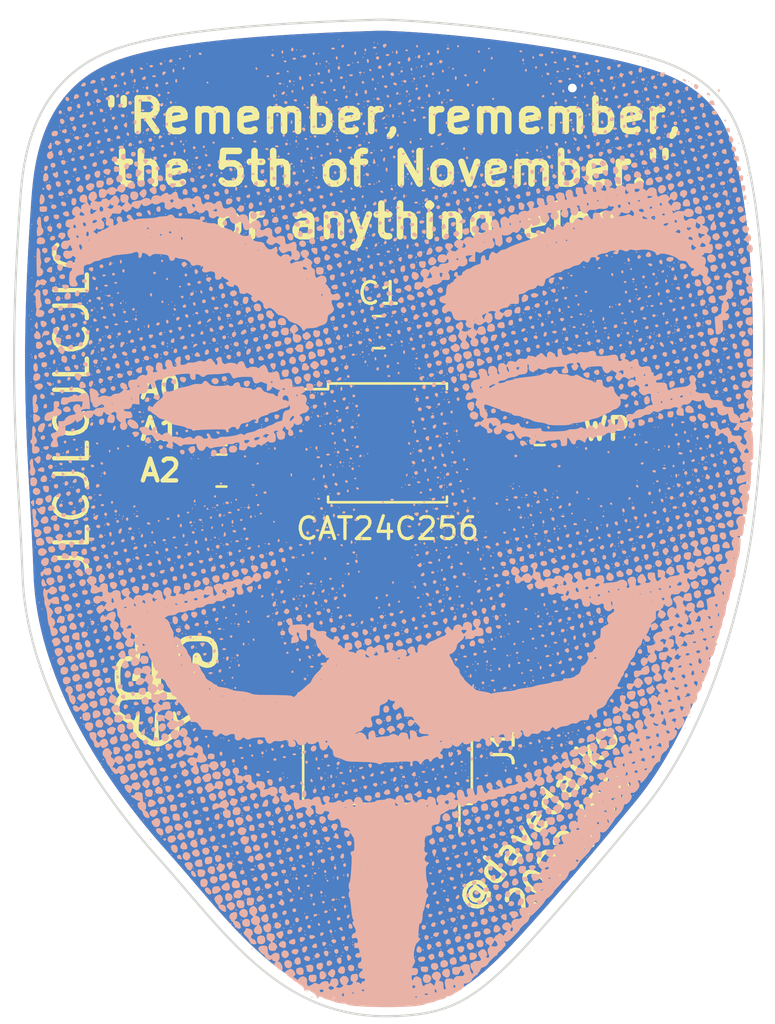
<source format=kicad_pcb>
(kicad_pcb (version 20211014) (generator pcbnew)
  (layers (0 "F.Cu" signal) (31 "B.Cu" signal) (34 "B.Paste" user) (35 "F.Paste" user) (36 "B.SilkS" user "B.Silkscreen") (37 "F.SilkS" user "F.Silkscreen") (38 "B.Mask" user) (39 "F.Mask" user) (44 "Edge.Cuts" user))
  (net 0 "")
  (net 1 "VCC")
  (net 2 "GND")
  (net 3 "SCL")
  (net 4 "SDA")
  (net 7 "Net-(R4-Pad2)")
  (net 8 "/A0")
  (net 9 "/A1")
  (net 10 "/A2")
  (footprint "Capacitor_SMD:C_0805_2012Metric_Pad1.18x1.45mm_HandSolder" (layer "F.Cu") (at 24.9975 16.51 180)
    (fp_text reference "C1" (at -0.0215 1.778) (layer "F.SilkS"))
    (fp_text value "C")
    (pad "1" smd roundrect locked (at -1.0375 0 180) (size 1.175 1.45) (layers "F.Cu" "F.Paste" "F.Mask") (roundrect_rratio 0.212766) (net 1 "VCC"))
    (pad "2" smd roundrect locked (at 1.0375 0 180) (size 1.175 1.45) (layers "F.Cu" "F.Paste" "F.Mask") (roundrect_rratio 0.212766) (net 2 "GND"))
  )
  (footprint "Resistor_SMD:R_0805_2012Metric_Pad1.20x1.40mm_HandSolder" (layer "F.Cu") (at 17.78 20.955)
    (fp_text reference "R2" hide)
    (fp_text value "R")
    (pad "1" smd roundrect locked (at -1 0) (size 1.2 1.4) (layers "F.Cu" "F.Paste" "F.Mask") (roundrect_rratio 0.208333) (net 1 "VCC"))
    (pad "2" smd roundrect locked (at 1 0) (size 1.2 1.4) (layers "F.Cu" "F.Paste" "F.Mask") (roundrect_rratio 0.208333) (net 9 "/A1"))
  )
  (footprint "Resistor_SMD:R_0805_2012Metric_Pad1.20x1.40mm_HandSolder" (layer "F.Cu") (at 32.385 20.955 180)
    (fp_text reference "R4" hide)
    (fp_text value "R")
    (pad "1" smd roundrect locked (at -1 0 180) (size 1.2 1.4) (layers "F.Cu" "F.Paste" "F.Mask") (roundrect_rratio 0.208333) (net 1 "VCC"))
    (pad "2" smd roundrect locked (at 1 0 180) (size 1.2 1.4) (layers "F.Cu" "F.Paste" "F.Mask") (roundrect_rratio 0.208333) (net 7 "Net-(R4-Pad2)"))
  )
  (footprint "Package_SO:SOIC-8_5.23x5.23mm_P1.27mm" (layer "F.Cu") (at 25.4 21.59)
    (fp_text reference "U1" hide)
    (fp_text value "CAT24C256" (at 0 3.937) (layer "F.SilkS"))
    (pad "1" smd roundrect locked (at -3.6 -1.905) (size 1.6 0.6) (layers "F.Cu" "F.Paste" "F.Mask") (net 8 "/A0"))
    (pad "2" smd roundrect locked (at -3.6 -0.635) (size 1.6 0.6) (layers "F.Cu" "F.Paste" "F.Mask") (net 9 "/A1"))
    (pad "3" smd roundrect locked (at -3.6 0.635) (size 1.6 0.6) (layers "F.Cu" "F.Paste" "F.Mask") (net 10 "/A2"))
    (pad "4" smd roundrect locked (at -3.6 1.905) (size 1.6 0.6) (layers "F.Cu" "F.Paste" "F.Mask") (net 2 "GND"))
    (pad "5" smd roundrect locked (at 3.6 1.905) (size 1.6 0.6) (layers "F.Cu" "F.Paste" "F.Mask") (net 4 "SDA"))
    (pad "6" smd roundrect locked (at 3.6 0.635) (size 1.6 0.6) (layers "F.Cu" "F.Paste" "F.Mask") (net 3 "SCL"))
    (pad "7" smd roundrect locked (at 3.6 -0.635) (size 1.6 0.6) (layers "F.Cu" "F.Paste" "F.Mask") (net 7 "Net-(R4-Pad2)"))
    (pad "8" smd roundrect locked (at 3.6 -1.905) (size 1.6 0.6) (layers "F.Cu" "F.Paste" "F.Mask") (net 1 "VCC"))
  )
  (footprint "davedarko:davedarko_logo_silk_outline" (layer "F.Cu") (at 15.2146 32.512)
    (fp_text reference "Ref**" hide)
    (fp_text value "Val**" hide)
  )
  (footprint "Connector_PinSocket_2.54mm:PinSocket_2x03_P2.54mm_Vertical_SMD" (layer "F.Cu") (at 25.4 35.56 -90)
    (fp_text reference "J1" (at 0 -5.31 90) (layer "F.SilkS"))
    (fp_text value "Conn_02x03_Odd_Even")
    (pad "1" smd rect locked (at 2.52 -2.54 270) (size 3 1) (layers "F.Cu" "F.Paste" "F.Mask") (net 2 "GND"))
    (pad "2" smd rect locked (at -2.52 -2.54 270) (size 3 1) (layers "F.Cu" "F.Paste" "F.Mask") (net 1 "VCC"))
    (pad "3" smd rect locked (at 2.52 0 270) (size 3 1) (layers "F.Cu" "F.Paste" "F.Mask") (net 3 "SCL"))
    (pad "4" smd rect locked (at -2.52 0 270) (size 3 1) (layers "F.Cu" "F.Paste" "F.Mask") (net 4 "SDA"))
    (pad "5" smd rect locked (at 2.52 2.54 270) (size 3 1) (layers "F.Cu" "F.Paste" "F.Mask"))
    (pad "6" smd rect locked (at -2.52 2.54 270) (size 3 1) (layers "F.Cu" "F.Paste" "F.Mask"))
  )
  (footprint "Resistor_SMD:R_0805_2012Metric_Pad1.20x1.40mm_HandSolder" (layer "F.Cu") (at 17.78 22.86)
    (fp_text reference "R3" hide)
    (fp_text value "R")
    (pad "1" smd roundrect locked (at -1 0) (size 1.2 1.4) (layers "F.Cu" "F.Paste" "F.Mask") (roundrect_rratio 0.208333) (net 1 "VCC"))
    (pad "2" smd roundrect locked (at 1 0) (size 1.2 1.4) (layers "F.Cu" "F.Paste" "F.Mask") (roundrect_rratio 0.208333) (net 10 "/A2"))
  )
  (footprint "Resistor_SMD:R_0805_2012Metric_Pad1.20x1.40mm_HandSolder" (layer "F.Cu") (at 17.78 19.05)
    (fp_text reference "R1" hide)
    (fp_text value "R")
    (pad "1" smd roundrect locked (at -1 0) (size 1.2 1.4) (layers "F.Cu" "F.Paste" "F.Mask") (roundrect_rratio 0.208333) (net 1 "VCC"))
    (pad "2" smd roundrect locked (at 1 0) (size 1.2 1.4) (layers "F.Cu" "F.Paste" "F.Mask") (roundrect_rratio 0.208333) (net 8 "/A0"))
  )
  (footprint "silkScreenV:vendettaSAO" (layer "B.Cu") (at 25.654 25.4254 180)
    (fp_text reference "Ref**" hide)
    (fp_text value "Val**" hide)
  )
  (footprint "VendettaSAO:vendettaSAO_outline" (layer "B.Cu") (at 25.4 25.4 180)
    (fp_text reference "Ref**" hide)
    (fp_text value "Val**" hide)
    (fp_line (start -14.701064 20.157999) (end -14.862777 20.013325) (layer "Edge.Cuts") (width 0.1))
    (fp_line (start 5.397375 -20.634747) (end 5.709795 -20.389214) (layer "Edge.Cuts") (width 0.1))
    (fp_line (start -16.847017 0.701332) (end -16.748751 -0.07588) (layer "Edge.Cuts") (width 0.1))
    (fp_line (start 16.666706 16.575995) (end 16.623579 16.805891) (layer "Edge.Cuts") (width 0.1))
    (fp_line (start -16.941712 1.578187) (end -16.847017 0.701332) (layer "Edge.Cuts") (width 0.1))
    (fp_line (start 3.544871 -21.75896) (end 3.72402 -21.674558) (layer "Edge.Cuts") (width 0.1))
    (fp_line (start 16.212152 18.250541) (end 16.112669 18.495253) (layer "Edge.Cuts") (width 0.1))
    (fp_line (start 17.061993 4.026691) (end 17.096389 4.977285) (layer "Edge.Cuts") (width 0.1))
    (fp_line (start 8.725247 22.669606) (end 7.915888 22.766552) (layer "Edge.Cuts") (width 0.1))
    (fp_line (start 16.146007 -5.796138) (end 16.269302 -5.359576) (layer "Edge.Cuts") (width 0.1))
    (fp_line (start -4.430216 -21.109673) (end -4.231832 -21.261808) (layer "Edge.Cuts") (width 0.1))
    (fp_line (start -14.528715 20.29926) (end -14.701064 20.157999) (layer "Edge.Cuts") (width 0.1))
    (fp_line (start 6.229753 22.926323) (end 5.365572 22.991175) (layer "Edge.Cuts") (width 0.1))
    (fp_line (start -16.699195 -0.42341) (end -16.649824 -0.741545) (layer "Edge.Cuts") (width 0.1))
    (fp_line (start -15.288174 19.561258) (end -15.411496 19.405366) (layer "Edge.Cuts") (width 0.1))
    (fp_line (start -10.054087 -15.029556) (end -9.474386 -15.71509) (layer "Edge.Cuts") (width 0.1))
    (fp_line (start 16.736291 -2.494672) (end 16.746081 -2.273216) (layer "Edge.Cuts") (width 0.1))
    (fp_line (start 7.755021 -18.41516) (end 8.033363 -18.106392) (layer "Edge.Cuts") (width 0.1))
    (fp_line (start -12.162417 21.460806) (end -12.427343 21.376959) (layer "Edge.Cuts") (width 0.1))
    (fp_line (start -17.249951 10.126467) (end -17.26482 9.503982) (layer "Edge.Cuts") (width 0.1))
    (fp_line (start -13.246731 21.06155) (end -13.491999 20.945848) (layer "Edge.Cuts") (width 0.1))
    (fp_line (start -15.823557 18.762218) (end -15.908436 18.597753) (layer "Edge.Cuts") (width 0.1))
    (fp_line (start 16.112669 18.495253) (end 16.002867 18.739093) (layer "Edge.Cuts") (width 0.1))
    (fp_line (start 17.084482 10.578639) (end 17.059612 11.246764) (layer "Edge.Cuts") (width 0.1))
    (fp_line (start 6.316722 -19.866662) (end 6.612287 -19.591231) (layer "Edge.Cuts") (width 0.1))
    (fp_line (start 9.880681 22.500013) (end 9.504444 22.559936) (layer "Edge.Cuts") (width 0.1))
    (fp_line (start 15.881953 18.981292) (end 15.749926 19.221163) (layer "Edge.Cuts") (width 0.1))
    (fp_line (start 11.278473 22.22344) (end 10.946686 22.298369) (layer "Edge.Cuts") (width 0.1))
    (fp_line (start -5.482701 -20.170668) (end -5.26196 -20.383657) (layer "Edge.Cuts") (width 0.1))
    (fp_line (start -2.877008 -22.03783) (end -2.680503 -22.112443) (layer "Edge.Cuts") (width 0.1))
    (fp_line (start 5.709795 -20.389214) (end 6.016076 -20.132833) (layer "Edge.Cuts") (width 0.1))
    (fp_line (start -7.493029 22.458865) (end -8.323185 22.321229) (layer "Edge.Cuts") (width 0.1))
    (fp_line (start 17.121789 5.970926) (end 17.135547 7.017749) (layer "Edge.Cuts") (width 0.1))
    (fp_line (start 13.949174 21.150608) (end 13.812384 21.239508) (layer "Edge.Cuts") (width 0.1))
    (fp_line (start -3.112408 23.009915) (end -3.997173 22.920907) (layer "Edge.Cuts") (width 0.1))
    (fp_line (start -14.345253 20.436843) (end -14.528715 20.29926) (layer "Edge.Cuts") (width 0.1))
    (fp_line (start -16.245012 17.765454) (end -16.297769 17.598714) (layer "Edge.Cuts") (width 0.1))
    (fp_line (start -11.753477 -12.988827) (end -10.624025 -14.349578) (layer "Edge.Cuts") (width 0.1))
    (fp_line (start 15.605463 19.457912) (end 15.448566 19.690798) (layer "Edge.Cuts") (width 0.1))
    (fp_line (start -12.464385 -12.052997) (end -12.233431 -12.374201) (layer "Edge.Cuts") (width 0.1))
    (fp_line (start -15.526245 19.247278) (end -15.632899 19.087231) (layer "Edge.Cuts") (width 0.1))
    (fp_line (start 11.970622 -13.502647) (end 12.25108 -13.137523) (layer "Edge.Cuts") (width 0.1))
    (fp_line (start 16.993201 12.658314) (end 16.951397 13.404306) (layer "Edge.Cuts") (width 0.1))
    (fp_line (start -10.943297 21.789338) (end -11.270322 21.708455) (layer "Edge.Cuts") (width 0.1))
    (fp_line (start 13.812384 21.239508) (end 13.671097 21.325868) (layer "Edge.Cuts") (width 0.1))
    (fp_line (start -2.072226 -22.289978) (end -1.861036 -22.334957) (layer "Edge.Cuts") (width 0.1))
    (fp_line (start -17.271197 7.648832) (end -17.261778 7.039524) (layer "Edge.Cuts") (width 0.1))
    (fp_line (start -7.630083 -17.847365) (end -6.964631 -18.597722) (layer "Edge.Cuts") (width 0.1))
    (fp_line (start 16.382544 17.761538) (end 16.301846 18.005722) (layer "Edge.Cuts") (width 0.1))
    (fp_line (start -16.350898 -2.346241) (end -16.262712 -2.753963) (layer "Edge.Cuts") (width 0.1))
    (fp_line (start -4.035935 -21.402567) (end -3.841916 -21.532741) (layer "Edge.Cuts") (width 0.1))
    (fp_line (start 14.533638 -9.618833) (end 14.751919 -9.206084) (layer "Edge.Cuts") (width 0.1))
    (fp_line (start -2.27876 -22.23812) (end -2.072226 -22.289978) (layer "Edge.Cuts") (width 0.1))
    (fp_line (start 15.352787 -7.947727) (end 15.533497 -7.522278) (layer "Edge.Cuts") (width 0.1))
    (fp_line (start 16.683375 -3.158246) (end 16.722533 -2.715863) (layer "Edge.Cuts") (width 0.1))
    (fp_line (start 11.902624 22.06125) (end 11.59756 22.144435) (layer "Edge.Cuts") (width 0.1))
    (fp_line (start 1.609049 -22.365913) (end 1.81545 -22.326226) (layer "Edge.Cuts") (width 0.1))
    (fp_line (start 16.574366 17.040126) (end 16.51801 17.277986) (layer "Edge.Cuts") (width 0.1))
    (fp_line (start 0.970981 -22.455342) (end 1.186881 -22.430736) (layer "Edge.Cuts") (width 0.1))
    (fp_line (start 7.474034 -18.718637) (end 7.755021 -18.41516) (layer "Edge.Cuts") (width 0.1))
    (fp_line (start 17.059612 11.246764) (end 17.029185 11.939548) (layer "Edge.Cuts") (width 0.1))
    (fp_line (start 16.848474 14.983046) (end 16.822016 15.329809) (layer "Edge.Cuts") (width 0.1))
    (fp_line (start 7.915888 22.766552) (end 7.081922 22.851787) (layer "Edge.Cuts") (width 0.1))
    (fp_line (start -11.583086 21.626646) (end -11.880715 21.54407) (layer "Edge.Cuts") (width 0.1))
    (fp_line (start -15.222187 -6.445425) (end -15.078703 -6.850502) (layer "Edge.Cuts") (width 0.1))
    (fp_line (start 16.902979 14.178793) (end 16.848474 14.983046) (layer "Edge.Cuts") (width 0.1))
    (fp_line (start 16.703748 16.351205) (end 16.666706 16.575995) (layer "Edge.Cuts") (width 0.1))
    (fp_line (start 3.72402 -21.674558) (end 3.900814 -21.586452) (layer "Edge.Cuts") (width 0.1))
    (fp_line (start -16.169103 -3.163008) (end -16.070069 -3.573377) (layer "Edge.Cuts") (width 0.1))
    (fp_line (start -17.275086 8.263697) (end -17.271197 7.648832) (layer "Edge.Cuts") (width 0.1))
    (fp_line (start 17.135282 8.127886) (end 17.129197 8.709863) (layer "Edge.Cuts") (width 0.1))
    (fp_line (start 9.504444 22.559936) (end 9.119211 22.616425) (layer "Edge.Cuts") (width 0.1))
    (fp_line (start 14.571209 20.67121) (end 14.454792 20.771434) (layer "Edge.Cuts") (width 0.1))
    (fp_line (start -15.014251 19.865476) (end -15.155909 19.714716) (layer "Edge.Cuts") (width 0.1))
    (fp_line (start 15.094554 20.142071) (end 14.896381 20.35895) (layer "Edge.Cuts") (width 0.1))
    (fp_line (start -12.427343 21.376959) (end -12.714813 21.277344) (layer "Edge.Cuts") (width 0.1))
    (fp_line (start 0.271609 23.233702) (end 0.271609 23.233702) (layer "Edge.Cuts") (width 0.1))
    (fp_line (start -5.26196 -20.383657) (end -5.047012 -20.583682) (layer "Edge.Cuts") (width 0.1))
    (fp_line (start -17.001957 13.799858) (end -17.063975 13.202403) (layer "Edge.Cuts") (width 0.1))
    (fp_line (start 8.85992 -17.158391) (end 9.40893 -16.515719) (layer "Edge.Cuts") (width 0.1))
    (fp_line (start 7.190401 -19.016557) (end 7.474034 -18.718637) (layer "Edge.Cuts") (width 0.1))
    (fp_line (start 4.417783 -21.299644) (end 4.585873 -21.196986) (layer "Edge.Cuts") (width 0.1))
    (fp_line (start -13.121292 -11.039909) (end -12.908276 -11.385454) (layer "Edge.Cuts") (width 0.1))
    (fp_line (start -17.247173 6.437201) (end -17.227752 5.843424) (layer "Edge.Cuts") (width 0.1))
    (fp_line (start 16.822016 15.329809) (end 16.785768 15.714883) (layer "Edge.Cuts") (width 0.1))
    (fp_line (start -17.070828 3.054216) (end -17.029976 2.542751) (layer "Edge.Cuts") (width 0.1))
    (fp_line (start 13.671097 21.325868) (end 13.525312 21.409556) (layer "Edge.Cuts") (width 0.1))
    (fp_line (start 16.269302 -5.359576) (end 16.379633 -4.921427) (layer "Edge.Cuts") (width 0.1))
    (fp_line (start 2.992633 -21.98756) (end 3.179244 -21.915593) (layer "Edge.Cuts") (width 0.1))
    (fp_line (start 6.903329 -19.307598) (end 7.190401 -19.016557) (layer "Edge.Cuts") (width 0.1))
    (fp_line (start -8.880264 -16.410414) (end -8.267067 -17.119762) (layer "Edge.Cuts") (width 0.1))
    (fp_line (start 16.783387 -1.340243) (end 16.827043 -0.435158) (layer "Edge.Cuts") (width 0.1))
    (fp_line (start 16.476735 -4.482219) (end 16.560079 -4.041688) (layer "Edge.Cuts") (width 0.1))
    (fp_line (start -15.740002 -4.807921) (end -15.618929 -5.219083) (layer "Edge.Cuts") (width 0.1))
    (fp_line (start -17.144118 4.127973) (end -17.108981 3.583117) (layer "Edge.Cuts") (width 0.1))
    (fp_line (start -3.456869 -21.762929) (end -3.264543 -21.86347) (layer "Edge.Cuts") (width 0.1))
    (fp_line (start 10.816776 -14.901498) (end 11.10914 -14.561508) (layer "Edge.Cuts") (width 0.1))
    (fp_line (start -3.841916 -21.532741) (end -3.649115 -21.652862) (layer "Edge.Cuts") (width 0.1))
    (fp_line (start -3.07145 -21.955016) (end -2.877008 -22.03783) (layer "Edge.Cuts") (width 0.1))
    (fp_line (start -16.187968 17.932432) (end -16.245012 17.765454) (layer "Edge.Cuts") (width 0.1))
    (fp_line (start 9.119211 22.616425) (end 8.725247 22.669606) (layer "Edge.Cuts") (width 0.1))
    (fp_line (start 0.751774 -22.474657) (end 0.970981 -22.455342) (layer "Edge.Cuts") (width 0.1))
    (fp_line (start -12.714813 21.277344) (end -12.98781 21.172119) (layer "Edge.Cuts") (width 0.1))
    (fp_line (start -1.422146 -22.406659) (end -1.193123 -22.433911) (layer "Edge.Cuts") (width 0.1))
    (fp_line (start -13.529596 -10.327387) (end -13.328381 -10.686955) (layer "Edge.Cuts") (width 0.1))
    (fp_line (start 14.081995 21.059274) (end 13.949174 21.150608) (layer "Edge.Cuts") (width 0.1))
    (fp_line (start 10.602464 22.369352) (end 10.246864 22.436527) (layer "Edge.Cuts") (width 0.1))
    (fp_line (start 13.065731 -12.008283) (end 13.326875 -11.621462) (layer "Edge.Cuts") (width 0.1))
    (fp_line (start 15.703624 -7.094182) (end 15.862638 -6.663441) (layer "Edge.Cuts") (width 0.1))
    (fp_line (start 0.3032 -22.497146) (end 0.529207 -22.48868) (layer "Edge.Cuts") (width 0.1))
    (fp_line (start -4.884214 22.820421) (end -5.766943 22.709336) (layer "Edge.Cuts") (width 0.1))
    (fp_line (start -14.447858 -8.440381) (end -14.275826 -8.827995) (layer "Edge.Cuts") (width 0.1))
    (fp_line (start -16.51105 -1.537939) (end -16.433659 -1.940899) (layer "Edge.Cuts") (width 0.1))
    (fp_line (start -17.198966 11.368578) (end -17.228123 10.748501) (layer "Edge.Cuts") (width 0.1))
    (fp_line (start -1.376188 23.150009) (end -2.236532 23.086575) (layer "Edge.Cuts") (width 0.1))
    (fp_line (start -15.492273 -5.629451) (end -15.360034 -6.038232) (layer "Edge.Cuts") (width 0.1))
    (fp_line (start 2.018835 -22.281247) (end 2.219257 -22.23177) (layer "Edge.Cuts") (width 0.1))
    (fp_line (start 13.525312 21.409556) (end 13.375029 21.490545) (layer "Edge.Cuts") (width 0.1))
    (fp_line (start 12.896663 21.716102) (end 12.727594 21.785211) (layer "Edge.Cuts") (width 0.1))
    (fp_line (start 16.002867 18.739093) (end 15.881953 18.981292) (layer "Edge.Cuts") (width 0.1))
    (fp_line (start 12.468567 21.881757) (end 12.193137 21.973726) (layer "Edge.Cuts") (width 0.1))
    (fp_line (start -14.774697 -7.652453) (end -14.614148 -8.048269) (layer "Edge.Cuts") (width 0.1))
    (fp_line (start 16.010275 -6.230848) (end 16.146007 -5.796138) (layer "Edge.Cuts") (width 0.1))
    (fp_line (start -16.548012 16.616555) (end -16.659163 16.080934) (layer "Edge.Cuts") (width 0.1))
    (fp_line (start -17.108981 3.583117) (end -17.070828 3.054216) (layer "Edge.Cuts") (width 0.1))
    (fp_line (start 4.24763 -21.398862) (end 4.417783 -21.299644) (layer "Edge.Cuts") (width 0.1))
    (fp_line (start 0.271609 23.233702) (end 0.271609 23.233702) (layer "Edge.Cuts") (width 0.1))
    (fp_line (start 12.527305 -12.766577) (end 12.799032 -12.390076) (layer "Edge.Cuts") (width 0.1))
    (fp_line (start 1.399552 -22.400838) (end 1.609049 -22.365913) (layer "Edge.Cuts") (width 0.1))
    (fp_line (start 10.522559 -15.234608) (end 10.816776 -14.901498) (layer "Edge.Cuts") (width 0.1))
    (fp_line (start 16.629135 -3.600364) (end 16.683375 -3.158246) (layer "Edge.Cuts") (width 0.1))
    (fp_line (start 4.751925 -21.090888) (end 5.078262 -20.869167) (layer "Edge.Cuts") (width 0.1))
    (fp_line (start -8.323185 22.321229) (end -9.122596 22.176503) (layer "Edge.Cuts") (width 0.1))
    (fp_line (start -15.855519 -4.396494) (end -15.740002 -4.807921) (layer "Edge.Cuts") (width 0.1))
    (fp_line (start -14.275826 -8.827995) (end -14.098 -9.211111) (layer "Edge.Cuts") (width 0.1))
    (fp_line (start 2.416768 -22.17753) (end 2.611448 -22.118528) (layer "Edge.Cuts") (width 0.1))
    (fp_line (start 5.365572 22.991175) (end 4.495491 23.047356) (layer "Edge.Cuts") (width 0.1))
    (fp_line (start -14.929531 -7.252932) (end -14.774697 -7.652453) (layer "Edge.Cuts") (width 0.1))
    (fp_line (start 1.911282 23.17402) (end 0.271609 23.233702) (layer "Edge.Cuts") (width 0.1))
    (fp_line (start 16.92441 1.331913) (end 16.973622 2.214138) (layer "Edge.Cuts") (width 0.1))
    (fp_line (start -5.047012 -20.583682) (end -4.837172 -20.771272) (layer "Edge.Cuts") (width 0.1))
    (fp_line (start 13.326875 -11.621462) (end 13.581933 -11.229879) (layer "Edge.Cuts") (width 0.1))
    (fp_line (start -0.712693 -22.473069) (end -0.45999 -22.486034) (layer "Edge.Cuts") (width 0.1))
    (fp_line (start 16.722533 -2.715863) (end 16.736291 -2.494672) (layer "Edge.Cuts") (width 0.1))
    (fp_line (start -17.162136 11.985268) (end -17.198966 11.368578) (layer "Edge.Cuts") (width 0.1))
    (fp_line (start 14.210317 20.965559) (end 14.081995 21.059274) (layer "Edge.Cuts") (width 0.1))
    (fp_line (start -1.193123 -22.433911) (end -0.95685 -22.455871) (layer "Edge.Cuts") (width 0.1))
    (fp_line (start -11.996497 -12.686144) (end -11.753477 -12.988827) (layer "Edge.Cuts") (width 0.1))
    (fp_line (start 15.533497 -7.522278) (end 15.703624 -7.094182) (layer "Edge.Cuts") (width 0.1))
    (fp_line (start -15.078703 -6.850502) (end -14.929531 -7.252932) (layer "Edge.Cuts") (width 0.1))
    (fp_line (start -16.297769 17.598714) (end -16.39212 17.266847) (layer "Edge.Cuts") (width 0.1))
    (fp_line (start -2.481298 -22.178853) (end -2.27876 -22.23812) (layer "Edge.Cuts") (width 0.1))
    (fp_line (start -13.914353 -9.588936) (end -13.724911 -9.961204) (layer "Edge.Cuts") (width 0.1))
    (fp_line (start 16.454246 17.518704) (end 16.382544 17.761538) (layer "Edge.Cuts") (width 0.1))
    (fp_line (start 4.075333 -21.494641) (end 4.24763 -21.398862) (layer "Edge.Cuts") (width 0.1))
    (fp_line (start -17.20386 5.259621) (end -17.175868 4.687302) (layer "Edge.Cuts") (width 0.1))
    (fp_line (start 15.862638 -6.663441) (end 16.010275 -6.230848) (layer "Edge.Cuts") (width 0.1))
    (fp_line (start -3.997173 22.920907) (end -4.884214 22.820421) (layer "Edge.Cuts") (width 0.1))
    (fp_line (start 16.560079 -4.041688) (end 16.629135 -3.600364) (layer "Edge.Cuts") (width 0.1))
    (fp_line (start -15.731853 18.925465) (end -15.823557 18.762218) (layer "Edge.Cuts") (width 0.1))
    (fp_line (start 17.096389 4.977285) (end 17.121789 5.970926) (layer "Edge.Cuts") (width 0.1))
    (fp_line (start 16.379633 -4.921427) (end 16.476735 -4.482219) (layer "Edge.Cuts") (width 0.1))
    (fp_line (start -0.45999 -22.486034) (end -0.198079 -22.494765) (layer "Edge.Cuts") (width 0.1))
    (fp_line (start -0.198079 -22.494765) (end 0.073674 -22.499792) (layer "Edge.Cuts") (width 0.1))
    (fp_line (start 14.07247 -10.432691) (end 14.30689 -10.027879) (layer "Edge.Cuts") (width 0.1))
    (fp_line (start 16.951397 13.404306) (end 16.902979 14.178793) (layer "Edge.Cuts") (width 0.1))
    (fp_line (start 16.746081 -2.273216) (end 16.783387 -1.340243) (layer "Edge.Cuts") (width 0.1))
    (fp_line (start -15.618929 -5.219083) (end -15.492273 -5.629451) (layer "Edge.Cuts") (width 0.1))
    (fp_line (start -16.126214 18.099384) (end -16.187968 17.932432) (layer "Edge.Cuts") (width 0.1))
    (fp_line (start -17.26482 9.503982) (end -17.273075 8.882556) (layer "Edge.Cuts") (width 0.1))
    (fp_line (start 0.073674 -22.499792) (end 0.3032 -22.497146) (layer "Edge.Cuts") (width 0.1))
    (fp_line (start 10.946686 22.298369) (end 10.602464 22.369352) (layer "Edge.Cuts") (width 0.1))
    (fp_line (start 13.375029 21.490545) (end 13.220248 21.568676) (layer "Edge.Cuts") (width 0.1))
    (fp_line (start -9.122596 22.176503) (end -9.884674 22.025531) (layer "Edge.Cuts") (width 0.1))
    (fp_line (start -16.39212 17.266847) (end -16.474379 16.938817) (layer "Edge.Cuts") (width 0.1))
    (fp_line (start -5.709846 -19.944185) (end -5.482701 -20.170668) (layer "Edge.Cuts") (width 0.1))
    (fp_line (start 12.193137 21.973726) (end 11.902624 22.06125) (layer "Edge.Cuts") (width 0.1))
    (fp_line (start -16.850219 14.965134) (end -16.930837 14.38792) (layer "Edge.Cuts") (width 0.1))
    (fp_line (start -1.644554 -22.373851) (end -1.422146 -22.406659) (layer "Edge.Cuts") (width 0.1))
    (fp_line (start 2.611448 -22.118528) (end 2.803377 -22.055293) (layer "Edge.Cuts") (width 0.1))
    (fp_line (start 15.749926 19.221163) (end 15.605463 19.457912) (layer "Edge.Cuts") (width 0.1))
    (fp_line (start 11.68646 -13.861951) (end 11.970622 -13.502647) (layer "Edge.Cuts") (width 0.1))
    (fp_line (start -17.273075 8.882556) (end -17.275086 8.263697) (layer "Edge.Cuts") (width 0.1))
    (fp_line (start -4.837172 -20.771272) (end -4.631776 -20.946425) (layer "Edge.Cuts") (width 0.1))
    (fp_line (start 9.961908 -15.872517) (end 10.522559 -15.234608) (layer "Edge.Cuts") (width 0.1))
    (fp_line (start -12.908276 -11.385454) (end -12.689307 -11.723327) (layer "Edge.Cuts") (width 0.1))
    (fp_line (start 13.060704 21.643897) (end 12.896663 21.716102) (layer "Edge.Cuts") (width 0.1))
    (fp_line (start 0.529207 -22.48868) (end 0.751774 -22.474657) (layer "Edge.Cuts") (width 0.1))
    (fp_line (start 17.135547 7.017749) (end 17.135282 8.127886) (layer "Edge.Cuts") (width 0.1))
    (fp_line (start 11.10914 -14.561508) (end 11.399388 -14.214905) (layer "Edge.Cuts") (width 0.1))
    (fp_line (start 3.625674 23.095881) (end 2.762208 23.137764) (layer "Edge.Cuts") (width 0.1))
    (fp_line (start -0.537936 23.199343) (end -1.376188 23.150009) (layer "Edge.Cuts") (width 0.1))
    (fp_line (start -16.930837 14.38792) (end -17.001957 13.799858) (layer "Edge.Cuts") (width 0.1))
    (fp_line (start 14.334671 20.869595) (end 14.210317 20.965559) (layer "Edge.Cuts") (width 0.1))
    (fp_line (start -16.759784 15.529966) (end -16.850219 14.965134) (layer "Edge.Cuts") (width 0.1))
    (fp_line (start -16.059327 18.266098) (end -16.126214 18.099384) (layer "Edge.Cuts") (width 0.1))
    (fp_line (start 11.59756 22.144435) (end 11.278473 22.22344) (layer "Edge.Cuts") (width 0.1))
    (fp_line (start 17.020189 3.109038) (end 17.061993 4.026691) (layer "Edge.Cuts") (width 0.1))
    (fp_line (start 11.399388 -14.214905) (end 11.68646 -13.861951) (layer "Edge.Cuts") (width 0.1))
    (fp_line (start -14.614148 -8.048269) (end -14.447858 -8.440381) (layer "Edge.Cuts") (width 0.1))
    (fp_line (start -17.227752 5.843424) (end -17.20386 5.259621) (layer "Edge.Cuts") (width 0.1))
    (fp_line (start 0.271609 23.233702) (end -0.537936 23.199343) (layer "Edge.Cuts") (width 0.1))
    (fp_line (start -13.943351 20.700129) (end -14.150255 20.570563) (layer "Edge.Cuts") (width 0.1))
    (fp_line (start 14.961468 -8.789895) (end 15.162022 -8.370266) (layer "Edge.Cuts") (width 0.1))
    (fp_line (start -15.411496 19.405366) (end -15.526245 19.247278) (layer "Edge.Cuts") (width 0.1))
    (fp_line (start -16.748751 -0.07588) (end -16.699195 -0.42341) (layer "Edge.Cuts") (width 0.1))
    (fp_line (start -2.236532 23.086575) (end -3.112408 23.009915) (layer "Edge.Cuts") (width 0.1))
    (fp_line (start 1.81545 -22.326226) (end 2.018835 -22.281247) (layer "Edge.Cuts") (width 0.1))
    (fp_line (start -3.264543 -21.86347) (end -3.07145 -21.955016) (layer "Edge.Cuts") (width 0.1))
    (fp_line (start 13.220248 21.568676) (end 13.060704 21.643897) (layer "Edge.Cuts") (width 0.1))
    (fp_line (start 14.30689 -10.027879) (end 14.533638 -9.618833) (layer "Edge.Cuts") (width 0.1))
    (fp_line (start -16.649824 -0.741545) (end -16.583096 -1.138102) (layer "Edge.Cuts") (width 0.1))
    (fp_line (start 3.900814 -21.586452) (end 4.075333 -21.494641) (layer "Edge.Cuts") (width 0.1))
    (fp_line (start -12.233431 -12.374201) (end -11.996497 -12.686144) (layer "Edge.Cuts") (width 0.1))
    (fp_line (start -16.659163 16.080934) (end -16.759784 15.529966) (layer "Edge.Cuts") (width 0.1))
    (fp_line (start 7.081922 22.851787) (end 6.229753 22.926323) (layer "Edge.Cuts") (width 0.1))
    (fp_line (start -16.583096 -1.138102) (end -16.51105 -1.537939) (layer "Edge.Cuts") (width 0.1))
    (fp_line (start -17.063975 13.202403) (end -17.117262 12.597037) (layer "Edge.Cuts") (width 0.1))
    (fp_line (start -12.98781 21.172119) (end -13.246731 21.06155) (layer "Edge.Cuts") (width 0.1))
    (fp_line (start 15.278439 19.919107) (end 15.094554 20.142071) (layer "Edge.Cuts") (width 0.1))
    (fp_line (start -16.070069 -3.573377) (end -15.965559 -3.984803) (layer "Edge.Cuts") (width 0.1))
    (fp_line (start -16.262712 -2.753963) (end -16.169103 -3.163008) (layer "Edge.Cuts") (width 0.1))
    (fp_line (start -4.231832 -21.261808) (end -4.035935 -21.402567) (layer "Edge.Cuts") (width 0.1))
    (fp_line (start 4.585873 -21.196986) (end 4.751925 -21.090888) (layer "Edge.Cuts") (width 0.1))
    (fp_line (start 3.363287 -21.839393) (end 3.544871 -21.75896) (layer "Edge.Cuts") (width 0.1))
    (fp_line (start 1.186881 -22.430736) (end 1.399552 -22.400838) (layer "Edge.Cuts") (width 0.1))
    (fp_line (start -10.602779 21.869242) (end -10.943297 21.789338) (layer "Edge.Cuts") (width 0.1))
    (fp_line (start -15.632899 19.087231) (end -15.731853 18.925465) (layer "Edge.Cuts") (width 0.1))
    (fp_line (start -6.63877 22.588524) (end -7.493029 22.458865) (layer "Edge.Cuts") (width 0.1))
    (fp_line (start -13.724911 -9.961204) (end -13.529596 -10.327387) (layer "Edge.Cuts") (width 0.1))
    (fp_line (start -5.944055 -19.704208) (end -5.709846 -19.944185) (layer "Edge.Cuts") (width 0.1))
    (fp_line (start 14.683392 20.568976) (end 14.571209 20.67121) (layer "Edge.Cuts") (width 0.1))
    (fp_line (start 16.827043 -0.435158) (end 16.92441 1.331913) (layer "Edge.Cuts") (width 0.1))
    (fp_line (start 15.448566 19.690798) (end 15.278439 19.919107) (layer "Edge.Cuts") (width 0.1))
    (fp_line (start 15.162022 -8.370266) (end 15.352787 -7.947727) (layer "Edge.Cuts") (width 0.1))
    (fp_line (start -17.029976 2.542751) (end -16.941712 1.578187) (layer "Edge.Cuts") (width 0.1))
    (fp_line (start 17.129197 8.709863) (end 17.118878 9.311472) (layer "Edge.Cuts") (width 0.1))
    (fp_line (start -17.228123 10.748501) (end -17.249951 10.126467) (layer "Edge.Cuts") (width 0.1))
    (fp_line (start -4.631776 -20.946425) (end -4.430216 -21.109673) (layer "Edge.Cuts") (width 0.1))
    (fp_line (start -5.766943 22.709336) (end -6.63877 22.588524) (layer "Edge.Cuts") (width 0.1))
    (fp_line (start 16.51801 17.277986) (end 16.454246 17.518704) (layer "Edge.Cuts") (width 0.1))
    (fp_line (start 13.830641 -10.833534) (end 14.07247 -10.432691) (layer "Edge.Cuts") (width 0.1))
    (fp_line (start 10.246864 22.436527) (end 9.880681 22.500013) (layer "Edge.Cuts") (width 0.1))
    (fp_line (start -3.649115 -21.652862) (end -3.456869 -21.762929) (layer "Edge.Cuts") (width 0.1))
    (fp_line (start 14.751919 -9.206084) (end 14.961468 -8.789895) (layer "Edge.Cuts") (width 0.1))
    (fp_line (start 6.016076 -20.132833) (end 6.316722 -19.866662) (layer "Edge.Cuts") (width 0.1))
    (fp_line (start 2.762208 23.137764) (end 1.911282 23.17402) (layer "Edge.Cuts") (width 0.1))
    (fp_line (start 14.454792 20.771434) (end 14.334671 20.869595) (layer "Edge.Cuts") (width 0.1))
    (fp_line (start -13.328381 -10.686955) (end -13.121292 -11.039909) (layer "Edge.Cuts") (width 0.1))
    (fp_line (start -1.861036 -22.334957) (end -1.644554 -22.373851) (layer "Edge.Cuts") (width 0.1))
    (fp_line (start 5.078262 -20.869167) (end 5.397375 -20.634747) (layer "Edge.Cuts") (width 0.1))
    (fp_line (start 14.791871 20.464862) (end 14.683392 20.568976) (layer "Edge.Cuts") (width 0.1))
    (fp_line (start 8.033363 -18.106392) (end 8.309852 -17.793654) (layer "Edge.Cuts") (width 0.1))
    (fp_line (start 2.219257 -22.23177) (end 2.416768 -22.17753) (layer "Edge.Cuts") (width 0.1))
    (fp_line (start 12.799032 -12.390076) (end 13.065731 -12.008283) (layer "Edge.Cuts") (width 0.1))
    (fp_line (start -13.491999 20.945848) (end -13.724065 20.825304) (layer "Edge.Cuts") (width 0.1))
    (fp_line (start -11.880715 21.54407) (end -12.162417 21.460806) (layer "Edge.Cuts") (width 0.1))
    (fp_line (start -12.689307 -11.723327) (end -12.464385 -12.052997) (layer "Edge.Cuts") (width 0.1))
    (fp_line (start -17.117262 12.597037) (end -17.162136 11.985268) (layer "Edge.Cuts") (width 0.1))
    (fp_line (start 17.118878 9.311472) (end 17.104062 9.933983) (layer "Edge.Cuts") (width 0.1))
    (fp_line (start -15.986858 18.432283) (end -16.059327 18.266098) (layer "Edge.Cuts") (width 0.1))
    (fp_line (start -14.150255 20.570563) (end -14.345253 20.436843) (layer "Edge.Cuts") (width 0.1))
    (fp_line (start -8.267067 -17.119762) (end -7.630083 -17.847365) (layer "Edge.Cuts") (width 0.1))
    (fp_line (start -14.862777 20.013325) (end -15.014251 19.865476) (layer "Edge.Cuts") (width 0.1))
    (fp_line (start -0.95685 -22.455871) (end -0.712693 -22.473069) (layer "Edge.Cuts") (width 0.1))
    (fp_line (start 16.735497 16.132263) (end 16.703748 16.351205) (layer "Edge.Cuts") (width 0.1))
    (fp_line (start 14.896381 20.35895) (end 14.791871 20.464862) (layer "Edge.Cuts") (width 0.1))
    (fp_line (start 8.309852 -17.793654) (end 8.85992 -17.158391) (layer "Edge.Cuts") (width 0.1))
    (fp_line (start 13.581933 -11.229879) (end 13.830641 -10.833534) (layer "Edge.Cuts") (width 0.1))
    (fp_line (start 12.727594 21.785211) (end 12.468567 21.881757) (layer "Edge.Cuts") (width 0.1))
    (fp_line (start 4.495491 23.047356) (end 3.625674 23.095881) (layer "Edge.Cuts") (width 0.1))
    (fp_line (start -15.965559 -3.984803) (end -15.855519 -4.396494) (layer "Edge.Cuts") (width 0.1))
    (fp_line (start -13.724065 20.825304) (end -13.943351 20.700129) (layer "Edge.Cuts") (width 0.1))
    (fp_line (start -17.175868 4.687302) (end -17.144118 4.127973) (layer "Edge.Cuts") (width 0.1))
    (fp_line (start -6.436311 -19.180863) (end -5.944055 -19.704208) (layer "Edge.Cuts") (width 0.1))
    (fp_line (start 17.029185 11.939548) (end 16.993201 12.658314) (layer "Edge.Cuts") (width 0.1))
    (fp_line (start -9.474386 -15.71509) (end -8.880264 -16.410414) (layer "Edge.Cuts") (width 0.1))
    (fp_line (start 6.612287 -19.591231) (end 6.903329 -19.307598) (layer "Edge.Cuts") (width 0.1))
    (fp_line (start 16.973622 2.214138) (end 17.020189 3.109038) (layer "Edge.Cuts") (width 0.1))
    (fp_line (start -15.360034 -6.038232) (end -15.222187 -6.445425) (layer "Edge.Cuts") (width 0.1))
    (fp_line (start -14.098 -9.211111) (end -13.914353 -9.588936) (layer "Edge.Cuts") (width 0.1))
    (fp_line (start -10.624025 -14.349578) (end -10.054087 -15.029556) (layer "Edge.Cuts") (width 0.1))
    (fp_line (start 12.25108 -13.137523) (end 12.527305 -12.766577) (layer "Edge.Cuts") (width 0.1))
    (fp_line (start -6.964631 -18.597722) (end -6.436311 -19.180863) (layer "Edge.Cuts") (width 0.1))
    (fp_line (start -16.433659 -1.940899) (end -16.350898 -2.346241) (layer "Edge.Cuts") (width 0.1))
    (fp_line (start -16.474379 16.938817) (end -16.548012 16.616555) (layer "Edge.Cuts") (width 0.1))
    (fp_line (start 16.623579 16.805891) (end 16.574366 17.040126) (layer "Edge.Cuts") (width 0.1))
    (fp_line (start 2.803377 -22.055293) (end 2.992633 -21.98756) (layer "Edge.Cuts") (width 0.1))
    (fp_line (start 16.301846 18.005722) (end 16.212152 18.250541) (layer "Edge.Cuts") (width 0.1))
    (fp_line (start -11.270322 21.708455) (end -11.583086 21.626646) (layer "Edge.Cuts") (width 0.1))
    (fp_line (start -15.908436 18.597753) (end -15.986858 18.432283) (layer "Edge.Cuts") (width 0.1))
    (fp_line (start 17.104062 9.933983) (end 17.084482 10.578639) (layer "Edge.Cuts") (width 0.1))
    (fp_line (start -17.261778 7.039524) (end -17.247173 6.437201) (layer "Edge.Cuts") (width 0.1))
    (fp_line (start 3.179244 -21.915593) (end 3.363287 -21.839393) (layer "Edge.Cuts") (width 0.1))
    (fp_line (start 16.785768 15.714883) (end 16.735497 16.132263) (layer "Edge.Cuts") (width 0.1))
    (fp_line (start -9.884674 22.025531) (end -10.602779 21.869242) (layer "Edge.Cuts") (width 0.1))
    (fp_line (start 9.40893 -16.515719) (end 9.961908 -15.872517) (layer "Edge.Cuts") (width 0.1))
    (fp_line (start -2.680503 -22.112443) (end -2.481298 -22.178853) (layer "Edge.Cuts") (width 0.1))
    (fp_line (start -15.155909 19.714716) (end -15.288174 19.561258) (layer "Edge.Cuts") (width 0.1))
  )
  (gr_text "A1" (at 14.986 20.955) (layer "F.SilkS") (effects (font (size 1 1) (thickness 0.2))))
  (gr_text "A2" (at 14.986 22.86) (layer "F.SilkS") (effects (font (size 1 1) (thickness 0.2))))
  (gr_text "WP" (at 35.433 20.955) (layer "F.SilkS") (effects (font (size 1 1) (thickness 0.2))))
  (gr_text "@davedarko\n2022/09" (at 33.02 39.37 50) (layer "F.SilkS") (effects (font (size 1.2 1.2) (thickness 0.2))))
  (gr_text "JLCJLCJLCJLC" (at 10.922 19.939 90) (layer "F.SilkS") (effects (font (size 1.5 1.5) (thickness 0.2))))
  (gr_text "A0" (at 14.986 19.05) (layer "F.SilkS") (effects (font (size 1 1) (thickness 0.2))))
  (gr_text "{dblquote}Remember, remember,\nthe 5th of November.{dblquote}\n- or anything else." (at 25.654 9.017) (layer "F.SilkS") (effects (font (size 1.5 1.5) (thickness 0.3))))
  (segment (start 25.527 14.732) (end 26.035 15.24) (width 0.25) (layer "F.Cu") (net 1))
  (segment (start 29.083 17.145) (end 29.083 19.685) (width 0.25) (layer "F.Cu") (net 1))
  (segment (start 16.78 22.86) (end 16.764 22.844) (width 0.25) (layer "F.Cu") (net 1))
  (segment (start 16.78 20.955) (end 16.78 19.066) (width 0.25) (layer "F.Cu") (net 1))
  (segment (start 16.764 22.844) (end 16.764 20.955) (width 0.25) (layer "F.Cu") (net 1))
  (segment (start 33.401 23.622) (end 33.401 20.955) (width 0.25) (layer "F.Cu") (net 1))
  (segment (start 16.78 19.066) (end 16.764 19.05) (width 0.25) (layer "F.Cu") (net 1))
  (segment (start 26.035 16.51) (end 28.448 16.51) (width 0.25) (layer "F.Cu") (net 1))
  (segment (start 26.035 15.24) (end 26.035 16.637) (width 0.25) (layer "F.Cu") (net 1))
  (segment (start 33.385 19.955) (end 33.401 19.939) (width 0.25) (layer "F.Cu") (net 1))
  (segment (start 28.448 16.51) (end 29.083 17.145) (width 0.25) (layer "F.Cu") (net 1))
  (segment (start 17.399 14.732) (end 25.527 14.732) (width 0.25) (layer "F.Cu") (net 1))
  (segment (start 33.385 20.955) (end 33.385 19.955) (width 0.25) (layer "F.Cu") (net 1))
  (segment (start 27.94 29.083) (end 33.401 23.622) (width 0.25) (layer "F.Cu") (net 1))
  (segment (start 16.78 19.05) (end 16.78 15.351) (width 0.25) (layer "F.Cu") (net 1))
  (segment (start 29 19.685) (end 33.147 19.685) (width 0.25) (layer "F.Cu") (net 1))
  (segment (start 27.94 33.04) (end 27.94 29.083) (width 0.25) (layer "F.Cu") (net 1))
  (segment (start 33.147 19.685) (end 33.401 19.939) (width 0.25) (layer "F.Cu") (net 1))
  (segment (start 16.78 15.351) (end 17.399 14.732) (width 0.25) (layer "F.Cu") (net 1))
  (via (at 33.8836 5.3086) (size 0.8) (drill 0.4) (layers "F.Cu" "B.Cu") (net 2))
  (segment (start 24.13 22.86) (end 24.13 37.592) (width 0.25) (layer "F.Cu") (net 3))
  (segment (start 24.13 37.592) (end 24.638 38.1) (width 0.25) (layer "F.Cu") (net 3))
  (segment (start 24.638 38.1) (end 25.4 38.1) (width 0.25) (layer "F.Cu") (net 3))
  (segment (start 29 22.225) (end 24.765 22.225) (width 0.25) (layer "F.Cu") (net 3))
  (segment (start 24.765 22.225) (end 24.13 22.86) (width 0.25) (layer "F.Cu") (net 3))
  (segment (start 26.289 23.495) (end 25.4 24.384) (width 0.25) (layer "F.Cu") (net 4))
  (segment (start 25.4 24.384) (end 25.4 33.02) (width 0.25) (layer "F.Cu") (net 4))
  (segment (start 29 23.495) (end 26.289 23.495) (width 0.25) (layer "F.Cu") (net 4))
  (segment (start 29 20.955) (end 31.496 20.955) (width 0.25) (layer "F.Cu") (net 7))
  (segment (start 21.8 19.685) (end 20.447 19.685) (width 0.25) (layer "F.Cu") (net 8))
  (segment (start 19.812 19.05) (end 18.796 19.05) (width 0.25) (layer "F.Cu") (net 8))
  (segment (start 20.447 19.685) (end 19.812 19.05) (width 0.25) (layer "F.Cu") (net 8))
  (segment (start 18.78 20.955) (end 21.844 20.955) (width 0.25) (layer "F.Cu") (net 9))
  (segment (start 20.701 22.225) (end 20.066 22.86) (width 0.25) (layer "F.Cu") (net 10))
  (segment (start 18.78 22.86) (end 20.066 22.86) (width 0.25) (layer "F.Cu") (net 10))
  (segment (start 21.8 22.225) (end 20.701 22.225) (width 0.25) (layer "F.Cu") (net 10))
  (zone (net 2) (net_name "GND") (layers F&B.Cu) (connect_pads (clearance 0.508)) (min_thickness 0.254) (fill yes (thermal_gap 0.508) (thermal_bridge_width 0.508))
    (polygon (pts (xy 43.18 48.26) (xy 7.62 48.26) (xy 7.62 1.27) (xy 43.18 1.27)))
  )
)
</source>
